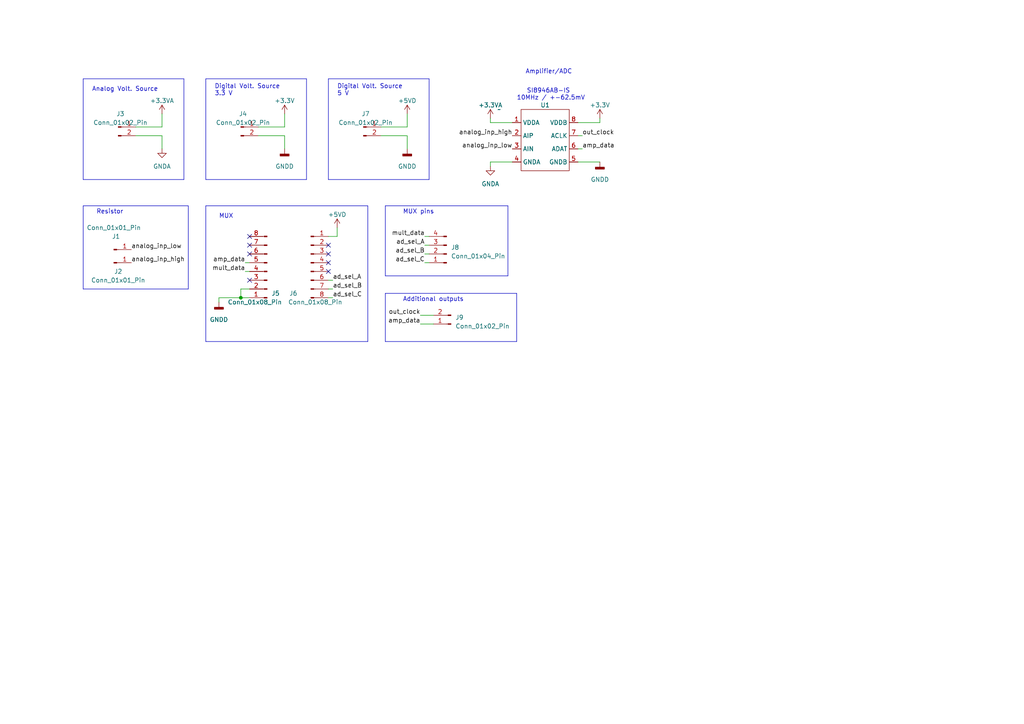
<source format=kicad_sch>
(kicad_sch (version 20230121) (generator eeschema)

  (uuid 4cd3ab73-8f7a-46b7-8a47-986e1094922f)

  (paper "A4")

  (lib_symbols
    (symbol "Connector:Conn_01x01_Pin" (pin_names (offset 1.016) hide) (in_bom yes) (on_board yes)
      (property "Reference" "J" (at 0 2.54 0)
        (effects (font (size 1.27 1.27)))
      )
      (property "Value" "Conn_01x01_Pin" (at 0 -2.54 0)
        (effects (font (size 1.27 1.27)))
      )
      (property "Footprint" "" (at 0 0 0)
        (effects (font (size 1.27 1.27)) hide)
      )
      (property "Datasheet" "~" (at 0 0 0)
        (effects (font (size 1.27 1.27)) hide)
      )
      (property "ki_locked" "" (at 0 0 0)
        (effects (font (size 1.27 1.27)))
      )
      (property "ki_keywords" "connector" (at 0 0 0)
        (effects (font (size 1.27 1.27)) hide)
      )
      (property "ki_description" "Generic connector, single row, 01x01, script generated" (at 0 0 0)
        (effects (font (size 1.27 1.27)) hide)
      )
      (property "ki_fp_filters" "Connector*:*_1x??_*" (at 0 0 0)
        (effects (font (size 1.27 1.27)) hide)
      )
      (symbol "Conn_01x01_Pin_1_1"
        (polyline
          (pts
            (xy 1.27 0)
            (xy 0.8636 0)
          )
          (stroke (width 0.1524) (type default))
          (fill (type none))
        )
        (rectangle (start 0.8636 0.127) (end 0 -0.127)
          (stroke (width 0.1524) (type default))
          (fill (type outline))
        )
        (pin passive line (at 5.08 0 180) (length 3.81)
          (name "Pin_1" (effects (font (size 1.27 1.27))))
          (number "1" (effects (font (size 1.27 1.27))))
        )
      )
    )
    (symbol "Connector:Conn_01x02_Pin" (pin_names (offset 1.016) hide) (in_bom yes) (on_board yes)
      (property "Reference" "J" (at 0 2.54 0)
        (effects (font (size 1.27 1.27)))
      )
      (property "Value" "Conn_01x02_Pin" (at 0 -5.08 0)
        (effects (font (size 1.27 1.27)))
      )
      (property "Footprint" "" (at 0 0 0)
        (effects (font (size 1.27 1.27)) hide)
      )
      (property "Datasheet" "~" (at 0 0 0)
        (effects (font (size 1.27 1.27)) hide)
      )
      (property "ki_locked" "" (at 0 0 0)
        (effects (font (size 1.27 1.27)))
      )
      (property "ki_keywords" "connector" (at 0 0 0)
        (effects (font (size 1.27 1.27)) hide)
      )
      (property "ki_description" "Generic connector, single row, 01x02, script generated" (at 0 0 0)
        (effects (font (size 1.27 1.27)) hide)
      )
      (property "ki_fp_filters" "Connector*:*_1x??_*" (at 0 0 0)
        (effects (font (size 1.27 1.27)) hide)
      )
      (symbol "Conn_01x02_Pin_1_1"
        (polyline
          (pts
            (xy 1.27 -2.54)
            (xy 0.8636 -2.54)
          )
          (stroke (width 0.1524) (type default))
          (fill (type none))
        )
        (polyline
          (pts
            (xy 1.27 0)
            (xy 0.8636 0)
          )
          (stroke (width 0.1524) (type default))
          (fill (type none))
        )
        (rectangle (start 0.8636 -2.413) (end 0 -2.667)
          (stroke (width 0.1524) (type default))
          (fill (type outline))
        )
        (rectangle (start 0.8636 0.127) (end 0 -0.127)
          (stroke (width 0.1524) (type default))
          (fill (type outline))
        )
        (pin passive line (at 5.08 0 180) (length 3.81)
          (name "Pin_1" (effects (font (size 1.27 1.27))))
          (number "1" (effects (font (size 1.27 1.27))))
        )
        (pin passive line (at 5.08 -2.54 180) (length 3.81)
          (name "Pin_2" (effects (font (size 1.27 1.27))))
          (number "2" (effects (font (size 1.27 1.27))))
        )
      )
    )
    (symbol "Connector:Conn_01x04_Pin" (pin_names (offset 1.016) hide) (in_bom yes) (on_board yes)
      (property "Reference" "J" (at 0 5.08 0)
        (effects (font (size 1.27 1.27)))
      )
      (property "Value" "Conn_01x04_Pin" (at 0 -7.62 0)
        (effects (font (size 1.27 1.27)))
      )
      (property "Footprint" "" (at 0 0 0)
        (effects (font (size 1.27 1.27)) hide)
      )
      (property "Datasheet" "~" (at 0 0 0)
        (effects (font (size 1.27 1.27)) hide)
      )
      (property "ki_locked" "" (at 0 0 0)
        (effects (font (size 1.27 1.27)))
      )
      (property "ki_keywords" "connector" (at 0 0 0)
        (effects (font (size 1.27 1.27)) hide)
      )
      (property "ki_description" "Generic connector, single row, 01x04, script generated" (at 0 0 0)
        (effects (font (size 1.27 1.27)) hide)
      )
      (property "ki_fp_filters" "Connector*:*_1x??_*" (at 0 0 0)
        (effects (font (size 1.27 1.27)) hide)
      )
      (symbol "Conn_01x04_Pin_1_1"
        (polyline
          (pts
            (xy 1.27 -5.08)
            (xy 0.8636 -5.08)
          )
          (stroke (width 0.1524) (type default))
          (fill (type none))
        )
        (polyline
          (pts
            (xy 1.27 -2.54)
            (xy 0.8636 -2.54)
          )
          (stroke (width 0.1524) (type default))
          (fill (type none))
        )
        (polyline
          (pts
            (xy 1.27 0)
            (xy 0.8636 0)
          )
          (stroke (width 0.1524) (type default))
          (fill (type none))
        )
        (polyline
          (pts
            (xy 1.27 2.54)
            (xy 0.8636 2.54)
          )
          (stroke (width 0.1524) (type default))
          (fill (type none))
        )
        (rectangle (start 0.8636 -4.953) (end 0 -5.207)
          (stroke (width 0.1524) (type default))
          (fill (type outline))
        )
        (rectangle (start 0.8636 -2.413) (end 0 -2.667)
          (stroke (width 0.1524) (type default))
          (fill (type outline))
        )
        (rectangle (start 0.8636 0.127) (end 0 -0.127)
          (stroke (width 0.1524) (type default))
          (fill (type outline))
        )
        (rectangle (start 0.8636 2.667) (end 0 2.413)
          (stroke (width 0.1524) (type default))
          (fill (type outline))
        )
        (pin passive line (at 5.08 2.54 180) (length 3.81)
          (name "Pin_1" (effects (font (size 1.27 1.27))))
          (number "1" (effects (font (size 1.27 1.27))))
        )
        (pin passive line (at 5.08 0 180) (length 3.81)
          (name "Pin_2" (effects (font (size 1.27 1.27))))
          (number "2" (effects (font (size 1.27 1.27))))
        )
        (pin passive line (at 5.08 -2.54 180) (length 3.81)
          (name "Pin_3" (effects (font (size 1.27 1.27))))
          (number "3" (effects (font (size 1.27 1.27))))
        )
        (pin passive line (at 5.08 -5.08 180) (length 3.81)
          (name "Pin_4" (effects (font (size 1.27 1.27))))
          (number "4" (effects (font (size 1.27 1.27))))
        )
      )
    )
    (symbol "Connector:Conn_01x08_Pin" (pin_names (offset 1.016) hide) (in_bom yes) (on_board yes)
      (property "Reference" "J" (at 0 10.16 0)
        (effects (font (size 1.27 1.27)))
      )
      (property "Value" "Conn_01x08_Pin" (at 0 -12.7 0)
        (effects (font (size 1.27 1.27)))
      )
      (property "Footprint" "" (at 0 0 0)
        (effects (font (size 1.27 1.27)) hide)
      )
      (property "Datasheet" "~" (at 0 0 0)
        (effects (font (size 1.27 1.27)) hide)
      )
      (property "ki_locked" "" (at 0 0 0)
        (effects (font (size 1.27 1.27)))
      )
      (property "ki_keywords" "connector" (at 0 0 0)
        (effects (font (size 1.27 1.27)) hide)
      )
      (property "ki_description" "Generic connector, single row, 01x08, script generated" (at 0 0 0)
        (effects (font (size 1.27 1.27)) hide)
      )
      (property "ki_fp_filters" "Connector*:*_1x??_*" (at 0 0 0)
        (effects (font (size 1.27 1.27)) hide)
      )
      (symbol "Conn_01x08_Pin_1_1"
        (polyline
          (pts
            (xy 1.27 -10.16)
            (xy 0.8636 -10.16)
          )
          (stroke (width 0.1524) (type default))
          (fill (type none))
        )
        (polyline
          (pts
            (xy 1.27 -7.62)
            (xy 0.8636 -7.62)
          )
          (stroke (width 0.1524) (type default))
          (fill (type none))
        )
        (polyline
          (pts
            (xy 1.27 -5.08)
            (xy 0.8636 -5.08)
          )
          (stroke (width 0.1524) (type default))
          (fill (type none))
        )
        (polyline
          (pts
            (xy 1.27 -2.54)
            (xy 0.8636 -2.54)
          )
          (stroke (width 0.1524) (type default))
          (fill (type none))
        )
        (polyline
          (pts
            (xy 1.27 0)
            (xy 0.8636 0)
          )
          (stroke (width 0.1524) (type default))
          (fill (type none))
        )
        (polyline
          (pts
            (xy 1.27 2.54)
            (xy 0.8636 2.54)
          )
          (stroke (width 0.1524) (type default))
          (fill (type none))
        )
        (polyline
          (pts
            (xy 1.27 5.08)
            (xy 0.8636 5.08)
          )
          (stroke (width 0.1524) (type default))
          (fill (type none))
        )
        (polyline
          (pts
            (xy 1.27 7.62)
            (xy 0.8636 7.62)
          )
          (stroke (width 0.1524) (type default))
          (fill (type none))
        )
        (rectangle (start 0.8636 -10.033) (end 0 -10.287)
          (stroke (width 0.1524) (type default))
          (fill (type outline))
        )
        (rectangle (start 0.8636 -7.493) (end 0 -7.747)
          (stroke (width 0.1524) (type default))
          (fill (type outline))
        )
        (rectangle (start 0.8636 -4.953) (end 0 -5.207)
          (stroke (width 0.1524) (type default))
          (fill (type outline))
        )
        (rectangle (start 0.8636 -2.413) (end 0 -2.667)
          (stroke (width 0.1524) (type default))
          (fill (type outline))
        )
        (rectangle (start 0.8636 0.127) (end 0 -0.127)
          (stroke (width 0.1524) (type default))
          (fill (type outline))
        )
        (rectangle (start 0.8636 2.667) (end 0 2.413)
          (stroke (width 0.1524) (type default))
          (fill (type outline))
        )
        (rectangle (start 0.8636 5.207) (end 0 4.953)
          (stroke (width 0.1524) (type default))
          (fill (type outline))
        )
        (rectangle (start 0.8636 7.747) (end 0 7.493)
          (stroke (width 0.1524) (type default))
          (fill (type outline))
        )
        (pin passive line (at 5.08 7.62 180) (length 3.81)
          (name "Pin_1" (effects (font (size 1.27 1.27))))
          (number "1" (effects (font (size 1.27 1.27))))
        )
        (pin passive line (at 5.08 5.08 180) (length 3.81)
          (name "Pin_2" (effects (font (size 1.27 1.27))))
          (number "2" (effects (font (size 1.27 1.27))))
        )
        (pin passive line (at 5.08 2.54 180) (length 3.81)
          (name "Pin_3" (effects (font (size 1.27 1.27))))
          (number "3" (effects (font (size 1.27 1.27))))
        )
        (pin passive line (at 5.08 0 180) (length 3.81)
          (name "Pin_4" (effects (font (size 1.27 1.27))))
          (number "4" (effects (font (size 1.27 1.27))))
        )
        (pin passive line (at 5.08 -2.54 180) (length 3.81)
          (name "Pin_5" (effects (font (size 1.27 1.27))))
          (number "5" (effects (font (size 1.27 1.27))))
        )
        (pin passive line (at 5.08 -5.08 180) (length 3.81)
          (name "Pin_6" (effects (font (size 1.27 1.27))))
          (number "6" (effects (font (size 1.27 1.27))))
        )
        (pin passive line (at 5.08 -7.62 180) (length 3.81)
          (name "Pin_7" (effects (font (size 1.27 1.27))))
          (number "7" (effects (font (size 1.27 1.27))))
        )
        (pin passive line (at 5.08 -10.16 180) (length 3.81)
          (name "Pin_8" (effects (font (size 1.27 1.27))))
          (number "8" (effects (font (size 1.27 1.27))))
        )
      )
    )
    (symbol "Si8941:_Si8941" (in_bom yes) (on_board yes)
      (property "Reference" "U" (at 0 7.62 0)
        (effects (font (size 1.27 1.27)))
      )
      (property "Value" "" (at -12.7 6.35 0)
        (effects (font (size 1.27 1.27)))
      )
      (property "Footprint" "" (at -12.7 6.35 0)
        (effects (font (size 1.27 1.27)) hide)
      )
      (property "Datasheet" "" (at -12.7 6.35 0)
        (effects (font (size 1.27 1.27)) hide)
      )
      (symbol "_Si8941_0_1"
        (rectangle (start -6.35 6.35) (end 7.62 -11.43)
          (stroke (width 0) (type default))
          (fill (type none))
        )
      )
      (symbol "_Si8941_1_1"
        (pin power_in line (at -8.89 2.54 0) (length 2.54)
          (name "VDDA" (effects (font (size 1.27 1.27))))
          (number "1" (effects (font (size 1.27 1.27))))
        )
        (pin input line (at -8.89 -1.27 0) (length 2.54)
          (name "AIP" (effects (font (size 1.27 1.27))))
          (number "2" (effects (font (size 1.27 1.27))))
        )
        (pin input line (at -8.89 -5.08 0) (length 2.54)
          (name "AIN" (effects (font (size 1.27 1.27))))
          (number "3" (effects (font (size 1.27 1.27))))
        )
        (pin passive line (at -8.89 -8.89 0) (length 2.54)
          (name "GNDA" (effects (font (size 1.27 1.27))))
          (number "4" (effects (font (size 1.27 1.27))))
        )
        (pin passive line (at 10.16 -8.89 180) (length 2.54)
          (name "GNDB" (effects (font (size 1.27 1.27))))
          (number "5" (effects (font (size 1.27 1.27))))
        )
        (pin output line (at 10.16 -5.08 180) (length 2.54)
          (name "ADAT" (effects (font (size 1.27 1.27))))
          (number "6" (effects (font (size 1.27 1.27))))
        )
        (pin output line (at 10.16 -1.27 180) (length 2.54)
          (name "ACLK" (effects (font (size 1.27 1.27))))
          (number "7" (effects (font (size 1.27 1.27))))
        )
        (pin power_in line (at 10.16 2.54 180) (length 2.54)
          (name "VDDB" (effects (font (size 1.27 1.27))))
          (number "8" (effects (font (size 1.27 1.27))))
        )
      )
    )
    (symbol "power:+3.3V" (power) (pin_names (offset 0)) (in_bom yes) (on_board yes)
      (property "Reference" "#PWR" (at 0 -3.81 0)
        (effects (font (size 1.27 1.27)) hide)
      )
      (property "Value" "+3.3V" (at 0 3.556 0)
        (effects (font (size 1.27 1.27)))
      )
      (property "Footprint" "" (at 0 0 0)
        (effects (font (size 1.27 1.27)) hide)
      )
      (property "Datasheet" "" (at 0 0 0)
        (effects (font (size 1.27 1.27)) hide)
      )
      (property "ki_keywords" "global power" (at 0 0 0)
        (effects (font (size 1.27 1.27)) hide)
      )
      (property "ki_description" "Power symbol creates a global label with name \"+3.3V\"" (at 0 0 0)
        (effects (font (size 1.27 1.27)) hide)
      )
      (symbol "+3.3V_0_1"
        (polyline
          (pts
            (xy -0.762 1.27)
            (xy 0 2.54)
          )
          (stroke (width 0) (type default))
          (fill (type none))
        )
        (polyline
          (pts
            (xy 0 0)
            (xy 0 2.54)
          )
          (stroke (width 0) (type default))
          (fill (type none))
        )
        (polyline
          (pts
            (xy 0 2.54)
            (xy 0.762 1.27)
          )
          (stroke (width 0) (type default))
          (fill (type none))
        )
      )
      (symbol "+3.3V_1_1"
        (pin power_in line (at 0 0 90) (length 0) hide
          (name "+3.3V" (effects (font (size 1.27 1.27))))
          (number "1" (effects (font (size 1.27 1.27))))
        )
      )
    )
    (symbol "power:+3.3VA" (power) (pin_names (offset 0)) (in_bom yes) (on_board yes)
      (property "Reference" "#PWR" (at 0 -3.81 0)
        (effects (font (size 1.27 1.27)) hide)
      )
      (property "Value" "+3.3VA" (at 0 3.556 0)
        (effects (font (size 1.27 1.27)))
      )
      (property "Footprint" "" (at 0 0 0)
        (effects (font (size 1.27 1.27)) hide)
      )
      (property "Datasheet" "" (at 0 0 0)
        (effects (font (size 1.27 1.27)) hide)
      )
      (property "ki_keywords" "global power" (at 0 0 0)
        (effects (font (size 1.27 1.27)) hide)
      )
      (property "ki_description" "Power symbol creates a global label with name \"+3.3VA\"" (at 0 0 0)
        (effects (font (size 1.27 1.27)) hide)
      )
      (symbol "+3.3VA_0_1"
        (polyline
          (pts
            (xy -0.762 1.27)
            (xy 0 2.54)
          )
          (stroke (width 0) (type default))
          (fill (type none))
        )
        (polyline
          (pts
            (xy 0 0)
            (xy 0 2.54)
          )
          (stroke (width 0) (type default))
          (fill (type none))
        )
        (polyline
          (pts
            (xy 0 2.54)
            (xy 0.762 1.27)
          )
          (stroke (width 0) (type default))
          (fill (type none))
        )
      )
      (symbol "+3.3VA_1_1"
        (pin power_in line (at 0 0 90) (length 0) hide
          (name "+3.3VA" (effects (font (size 1.27 1.27))))
          (number "1" (effects (font (size 1.27 1.27))))
        )
      )
    )
    (symbol "power:+5VD" (power) (pin_names (offset 0)) (in_bom yes) (on_board yes)
      (property "Reference" "#PWR" (at 0 -3.81 0)
        (effects (font (size 1.27 1.27)) hide)
      )
      (property "Value" "+5VD" (at 0 3.556 0)
        (effects (font (size 1.27 1.27)))
      )
      (property "Footprint" "" (at 0 0 0)
        (effects (font (size 1.27 1.27)) hide)
      )
      (property "Datasheet" "" (at 0 0 0)
        (effects (font (size 1.27 1.27)) hide)
      )
      (property "ki_keywords" "global power" (at 0 0 0)
        (effects (font (size 1.27 1.27)) hide)
      )
      (property "ki_description" "Power symbol creates a global label with name \"+5VD\"" (at 0 0 0)
        (effects (font (size 1.27 1.27)) hide)
      )
      (symbol "+5VD_0_1"
        (polyline
          (pts
            (xy -0.762 1.27)
            (xy 0 2.54)
          )
          (stroke (width 0) (type default))
          (fill (type none))
        )
        (polyline
          (pts
            (xy 0 0)
            (xy 0 2.54)
          )
          (stroke (width 0) (type default))
          (fill (type none))
        )
        (polyline
          (pts
            (xy 0 2.54)
            (xy 0.762 1.27)
          )
          (stroke (width 0) (type default))
          (fill (type none))
        )
      )
      (symbol "+5VD_1_1"
        (pin power_in line (at 0 0 90) (length 0) hide
          (name "+5VD" (effects (font (size 1.27 1.27))))
          (number "1" (effects (font (size 1.27 1.27))))
        )
      )
    )
    (symbol "power:GNDA" (power) (pin_names (offset 0)) (in_bom yes) (on_board yes)
      (property "Reference" "#PWR" (at 0 -6.35 0)
        (effects (font (size 1.27 1.27)) hide)
      )
      (property "Value" "GNDA" (at 0 -3.81 0)
        (effects (font (size 1.27 1.27)))
      )
      (property "Footprint" "" (at 0 0 0)
        (effects (font (size 1.27 1.27)) hide)
      )
      (property "Datasheet" "" (at 0 0 0)
        (effects (font (size 1.27 1.27)) hide)
      )
      (property "ki_keywords" "global power" (at 0 0 0)
        (effects (font (size 1.27 1.27)) hide)
      )
      (property "ki_description" "Power symbol creates a global label with name \"GNDA\" , analog ground" (at 0 0 0)
        (effects (font (size 1.27 1.27)) hide)
      )
      (symbol "GNDA_0_1"
        (polyline
          (pts
            (xy 0 0)
            (xy 0 -1.27)
            (xy 1.27 -1.27)
            (xy 0 -2.54)
            (xy -1.27 -1.27)
            (xy 0 -1.27)
          )
          (stroke (width 0) (type default))
          (fill (type none))
        )
      )
      (symbol "GNDA_1_1"
        (pin power_in line (at 0 0 270) (length 0) hide
          (name "GNDA" (effects (font (size 1.27 1.27))))
          (number "1" (effects (font (size 1.27 1.27))))
        )
      )
    )
    (symbol "power:GNDD" (power) (pin_names (offset 0)) (in_bom yes) (on_board yes)
      (property "Reference" "#PWR" (at 0 -6.35 0)
        (effects (font (size 1.27 1.27)) hide)
      )
      (property "Value" "GNDD" (at 0 -3.175 0)
        (effects (font (size 1.27 1.27)))
      )
      (property "Footprint" "" (at 0 0 0)
        (effects (font (size 1.27 1.27)) hide)
      )
      (property "Datasheet" "" (at 0 0 0)
        (effects (font (size 1.27 1.27)) hide)
      )
      (property "ki_keywords" "global power" (at 0 0 0)
        (effects (font (size 1.27 1.27)) hide)
      )
      (property "ki_description" "Power symbol creates a global label with name \"GNDD\" , digital ground" (at 0 0 0)
        (effects (font (size 1.27 1.27)) hide)
      )
      (symbol "GNDD_0_1"
        (rectangle (start -1.27 -1.524) (end 1.27 -2.032)
          (stroke (width 0.254) (type default))
          (fill (type outline))
        )
        (polyline
          (pts
            (xy 0 0)
            (xy 0 -1.524)
          )
          (stroke (width 0) (type default))
          (fill (type none))
        )
      )
      (symbol "GNDD_1_1"
        (pin power_in line (at 0 0 270) (length 0) hide
          (name "GNDD" (effects (font (size 1.27 1.27))))
          (number "1" (effects (font (size 1.27 1.27))))
        )
      )
    )
  )

  (junction (at 69.85 86.36) (diameter 0) (color 0 0 0 0)
    (uuid 9eea1546-7bd3-4c27-a7a5-b63482a49a1c)
  )

  (no_connect (at 95.25 76.2) (uuid 1946fbff-1be7-4490-bc55-60ffad5212cf))
  (no_connect (at 72.39 71.12) (uuid 24b8e951-c6e6-45fc-9ab2-f08f7673f37b))
  (no_connect (at 72.39 68.58) (uuid 4c639230-1505-4c36-b283-c865dcb593dd))
  (no_connect (at 95.25 71.12) (uuid 4fdc4fe4-308f-4284-b506-1a8651e96308))
  (no_connect (at 72.39 73.66) (uuid 866138e0-4daf-4f62-bf62-967ba69f3649))
  (no_connect (at 72.39 81.28) (uuid 956be90b-c7b1-4b29-b4d6-2d35f0496040))
  (no_connect (at 95.25 73.66) (uuid a01c0ee2-0ec9-4510-a0be-b9e7dce4b707))
  (no_connect (at 95.25 78.74) (uuid d2624c3f-5818-4220-ae7a-35a89ef44419))

  (polyline (pts (xy 106.68 59.69) (xy 106.68 99.06))
    (stroke (width 0) (type default))
    (uuid 033d8082-9221-4226-ab0e-c44947559442)
  )

  (wire (pts (xy 82.55 33.02) (xy 82.55 36.83))
    (stroke (width 0) (type default))
    (uuid 08aba1fe-fb02-4d23-a482-e87aa17ebd57)
  )
  (wire (pts (xy 82.55 39.37) (xy 82.55 43.18))
    (stroke (width 0) (type default))
    (uuid 09a447ab-55c4-4184-b0b4-69b4da87b4d4)
  )
  (wire (pts (xy 46.99 39.37) (xy 46.99 43.18))
    (stroke (width 0) (type default))
    (uuid 0ab68df1-e320-4156-99bb-883879af5da9)
  )
  (polyline (pts (xy 59.69 59.69) (xy 106.68 59.69))
    (stroke (width 0) (type default))
    (uuid 14afec66-af5f-428b-9a55-0c0e3d8f61cd)
  )

  (wire (pts (xy 118.11 39.37) (xy 118.11 43.18))
    (stroke (width 0) (type default))
    (uuid 157e5a9e-543d-4ecd-b171-f83a758f52bc)
  )
  (wire (pts (xy 121.92 93.98) (xy 125.73 93.98))
    (stroke (width 0) (type default))
    (uuid 193ef797-5404-4156-92e9-29441443254c)
  )
  (wire (pts (xy 39.37 39.37) (xy 46.99 39.37))
    (stroke (width 0) (type default))
    (uuid 1eae68b8-5d09-47e8-b6f9-dfafbef1f6d1)
  )
  (wire (pts (xy 167.64 39.37) (xy 168.91 39.37))
    (stroke (width 0) (type default))
    (uuid 2759014b-0753-4f2f-8819-9df95b70467d)
  )
  (wire (pts (xy 74.93 39.37) (xy 82.55 39.37))
    (stroke (width 0) (type default))
    (uuid 2de97ddc-02a8-4902-be01-2d85a778c7ec)
  )
  (polyline (pts (xy 24.13 22.86) (xy 24.13 52.07))
    (stroke (width 0) (type default))
    (uuid 2e164243-3cbd-4337-86de-7eeec3589e87)
  )
  (polyline (pts (xy 95.25 52.07) (xy 124.46 52.07))
    (stroke (width 0) (type default))
    (uuid 2e629989-5177-4124-8764-ab6c6141744a)
  )
  (polyline (pts (xy 59.69 22.86) (xy 88.9 22.86))
    (stroke (width 0) (type default))
    (uuid 355a2509-3ded-4161-9d60-6d5521c4f56b)
  )

  (wire (pts (xy 142.24 46.99) (xy 142.24 48.26))
    (stroke (width 0) (type default))
    (uuid 37302b96-b5e3-4b73-998f-9cf8b01ab7b8)
  )
  (polyline (pts (xy 24.13 52.07) (xy 53.34 52.07))
    (stroke (width 0) (type default))
    (uuid 38fa51e0-c811-4eb1-8edd-73cf3a804196)
  )

  (wire (pts (xy 74.93 36.83) (xy 82.55 36.83))
    (stroke (width 0) (type default))
    (uuid 3a37525a-a463-4560-af77-1dedeaf0d4bd)
  )
  (polyline (pts (xy 54.61 59.69) (xy 54.61 83.82))
    (stroke (width 0) (type default))
    (uuid 3aa7c9e2-3ad7-41ee-bc09-bb51feb62050)
  )

  (wire (pts (xy 95.25 81.28) (xy 96.52 81.28))
    (stroke (width 0) (type default))
    (uuid 3fd50cef-ff14-46e2-b35a-2e15052f07b0)
  )
  (wire (pts (xy 123.19 76.2) (xy 124.46 76.2))
    (stroke (width 0) (type default))
    (uuid 448d86b4-46b4-4677-a330-a67e3b6808eb)
  )
  (wire (pts (xy 110.49 39.37) (xy 118.11 39.37))
    (stroke (width 0) (type default))
    (uuid 4d72d6ea-685d-4524-8eef-091e610f8d16)
  )
  (polyline (pts (xy 54.61 83.82) (xy 24.13 83.82))
    (stroke (width 0) (type default))
    (uuid 55a20eec-effa-4f0b-9dd1-c4d0ee690e40)
  )
  (polyline (pts (xy 147.32 80.01) (xy 111.76 80.01))
    (stroke (width 0) (type default))
    (uuid 584f0028-537d-4860-90cb-9f398e25d7a6)
  )

  (wire (pts (xy 167.64 35.56) (xy 173.99 35.56))
    (stroke (width 0) (type default))
    (uuid 5f37c0bd-4409-496f-8dcf-e3c88207cc7a)
  )
  (wire (pts (xy 121.92 91.44) (xy 125.73 91.44))
    (stroke (width 0) (type default))
    (uuid 5fef4a76-0cbb-4ddb-b6a8-e3b6127b6ea9)
  )
  (polyline (pts (xy 111.76 59.69) (xy 147.32 59.69))
    (stroke (width 0) (type default))
    (uuid 6609c333-4f41-416d-b756-9af7c68b97a3)
  )

  (wire (pts (xy 97.79 66.04) (xy 97.79 68.58))
    (stroke (width 0) (type default))
    (uuid 6f315f7b-2332-4ec4-831b-ec7ce7763ece)
  )
  (wire (pts (xy 95.25 83.82) (xy 96.52 83.82))
    (stroke (width 0) (type default))
    (uuid 74494b94-c166-40f7-a184-3ea9292c9566)
  )
  (wire (pts (xy 95.25 68.58) (xy 97.79 68.58))
    (stroke (width 0) (type default))
    (uuid 7aa587ad-4cd0-4b3d-aedc-9f996d1d6754)
  )
  (polyline (pts (xy 111.76 85.09) (xy 149.86 85.09))
    (stroke (width 0) (type default))
    (uuid 7b47096a-f993-4c4d-8762-15c6d934aae8)
  )

  (wire (pts (xy 148.59 35.56) (xy 142.24 35.56))
    (stroke (width 0) (type default))
    (uuid 814b3ec7-a99e-4c9b-a016-8acb0b08df1f)
  )
  (polyline (pts (xy 149.86 99.06) (xy 149.86 85.09))
    (stroke (width 0) (type default))
    (uuid 832dd8f7-b02c-4add-9c25-e49280a04a58)
  )
  (polyline (pts (xy 24.13 59.69) (xy 24.13 83.82))
    (stroke (width 0) (type default))
    (uuid 85009476-b422-4cc1-8f3e-9642e5867a93)
  )

  (wire (pts (xy 71.12 78.74) (xy 72.39 78.74))
    (stroke (width 0) (type default))
    (uuid 88d59a6b-b9c1-418c-a4dc-e31c74947f8a)
  )
  (polyline (pts (xy 111.76 59.69) (xy 111.76 80.01))
    (stroke (width 0) (type default))
    (uuid 8d2aabd2-724b-47aa-a2a3-07e28ab470d6)
  )
  (polyline (pts (xy 95.25 22.86) (xy 95.25 52.07))
    (stroke (width 0) (type default))
    (uuid 913dcd90-3b13-473a-b589-64d155437ec3)
  )
  (polyline (pts (xy 95.25 22.86) (xy 124.46 22.86))
    (stroke (width 0) (type default))
    (uuid 99b06c51-d34a-4244-8331-d3d43548108f)
  )
  (polyline (pts (xy 24.13 22.86) (xy 53.34 22.86))
    (stroke (width 0) (type default))
    (uuid a369e6a7-fde1-4835-8092-f2bfb273251b)
  )
  (polyline (pts (xy 59.69 52.07) (xy 88.9 52.07))
    (stroke (width 0) (type default))
    (uuid a9703623-b6aa-4e7d-a904-de0eb6a07153)
  )
  (polyline (pts (xy 88.9 52.07) (xy 88.9 22.86))
    (stroke (width 0) (type default))
    (uuid ad9381bc-6117-4fda-9380-148e6d59b139)
  )

  (wire (pts (xy 69.85 83.82) (xy 69.85 86.36))
    (stroke (width 0) (type default))
    (uuid b051cdfb-0bfd-48a3-afcb-91432b91a364)
  )
  (wire (pts (xy 123.19 68.58) (xy 124.46 68.58))
    (stroke (width 0) (type default))
    (uuid b2bc71f4-97fb-4587-ba64-e559f6af5f97)
  )
  (wire (pts (xy 110.49 36.83) (xy 118.11 36.83))
    (stroke (width 0) (type default))
    (uuid b772b282-2073-4cfe-91dd-dd83f2c4ac85)
  )
  (wire (pts (xy 69.85 86.36) (xy 63.5 86.36))
    (stroke (width 0) (type default))
    (uuid b8c5a2ec-dcd2-4a46-bc57-f06a0331aa1b)
  )
  (polyline (pts (xy 24.13 59.69) (xy 54.61 59.69))
    (stroke (width 0) (type default))
    (uuid bd8da10f-7fb2-418e-9a7b-e1ba2391db08)
  )
  (polyline (pts (xy 53.34 52.07) (xy 53.34 22.86))
    (stroke (width 0) (type default))
    (uuid c05b66ce-298a-4a88-a77e-0e2a56d64254)
  )

  (wire (pts (xy 39.37 36.83) (xy 46.99 36.83))
    (stroke (width 0) (type default))
    (uuid c4b181e0-a074-464d-b74a-41f7bade525e)
  )
  (wire (pts (xy 123.19 71.12) (xy 124.46 71.12))
    (stroke (width 0) (type default))
    (uuid c5653127-a559-42dd-9693-165b2b049db0)
  )
  (polyline (pts (xy 59.69 22.86) (xy 59.69 52.07))
    (stroke (width 0) (type default))
    (uuid c72cc2b8-f246-47d5-9be9-86e323bdb9ea)
  )

  (wire (pts (xy 167.64 43.18) (xy 168.91 43.18))
    (stroke (width 0) (type default))
    (uuid c871dca5-1688-4fda-bda8-fe7e29d5d0fd)
  )
  (polyline (pts (xy 59.69 59.69) (xy 59.69 99.06))
    (stroke (width 0) (type default))
    (uuid c8ac907f-0040-4fe8-84ce-defa4fc67246)
  )

  (wire (pts (xy 142.24 34.29) (xy 142.24 35.56))
    (stroke (width 0) (type default))
    (uuid c8b5ba94-44b3-49b5-be24-87c8f2a043ac)
  )
  (wire (pts (xy 46.99 33.02) (xy 46.99 36.83))
    (stroke (width 0) (type default))
    (uuid cf6a3818-8047-4745-a89a-03b40b7f51c8)
  )
  (wire (pts (xy 72.39 86.36) (xy 69.85 86.36))
    (stroke (width 0) (type default))
    (uuid cf846e59-f2e2-4218-bf01-088c7943acef)
  )
  (wire (pts (xy 148.59 46.99) (xy 142.24 46.99))
    (stroke (width 0) (type default))
    (uuid d178926e-8586-458b-80e7-3fdbf39e0023)
  )
  (wire (pts (xy 71.12 76.2) (xy 72.39 76.2))
    (stroke (width 0) (type default))
    (uuid d69a81d7-be70-411b-8a54-5e8fa5653aca)
  )
  (wire (pts (xy 72.39 83.82) (xy 69.85 83.82))
    (stroke (width 0) (type default))
    (uuid da4fbd6d-0522-46de-8883-9c4d8260b7ce)
  )
  (polyline (pts (xy 111.76 85.09) (xy 111.76 99.06))
    (stroke (width 0) (type default))
    (uuid dbaa6d17-a19a-4ab7-b22e-b81372bbe99c)
  )
  (polyline (pts (xy 111.76 99.06) (xy 149.86 99.06))
    (stroke (width 0) (type default))
    (uuid e1343587-4e27-4a53-a4f6-e8a8c75380cd)
  )

  (wire (pts (xy 123.19 73.66) (xy 124.46 73.66))
    (stroke (width 0) (type default))
    (uuid e1d63e4f-dbee-414d-9d23-3be6cf6ed06f)
  )
  (polyline (pts (xy 106.68 99.06) (xy 59.69 99.06))
    (stroke (width 0) (type default))
    (uuid e9cb6746-972e-40cd-93ea-e7aa6a8f176c)
  )
  (polyline (pts (xy 124.46 52.07) (xy 124.46 22.86))
    (stroke (width 0) (type default))
    (uuid ebea2a91-92f2-43b0-b37d-94762fbf54cf)
  )

  (wire (pts (xy 63.5 86.36) (xy 63.5 87.63))
    (stroke (width 0) (type default))
    (uuid ec016df5-aa4d-4a16-b763-4b84d5ce96ef)
  )
  (wire (pts (xy 167.64 46.99) (xy 173.99 46.99))
    (stroke (width 0) (type default))
    (uuid ee9aee9c-819e-46a7-950a-0f4ea50a9043)
  )
  (wire (pts (xy 95.25 86.36) (xy 96.52 86.36))
    (stroke (width 0) (type default))
    (uuid f4cca861-bd07-45f9-8c49-9fad4710dd41)
  )
  (polyline (pts (xy 147.32 59.69) (xy 147.32 80.01))
    (stroke (width 0) (type default))
    (uuid f9a801f4-dabd-46e5-8a5a-3d97dfa6a707)
  )

  (wire (pts (xy 118.11 33.02) (xy 118.11 36.83))
    (stroke (width 0) (type default))
    (uuid fa2d1cce-fdd7-4517-b45c-f05e633fbe7e)
  )
  (wire (pts (xy 173.99 34.29) (xy 173.99 35.56))
    (stroke (width 0) (type default))
    (uuid fe186d96-f201-4f77-871d-0ad64960fe78)
  )

  (text "Resistor\n" (at 27.94 62.23 0)
    (effects (font (size 1.27 1.27)) (justify left bottom))
    (uuid 277cdf48-d681-4955-855d-4f3e99d4e419)
  )
  (text "Additional outputs" (at 116.84 87.63 0)
    (effects (font (size 1.27 1.27)) (justify left bottom))
    (uuid 4a7482cd-9d4a-4f7b-9ee7-9c7a3812b478)
  )
  (text "Amplifier/ADC" (at 152.4 21.59 0)
    (effects (font (size 1.27 1.27)) (justify left bottom))
    (uuid 4f1ef20d-9c41-4da7-b573-070b08bc263c)
  )
  (text "   SI8946AB-IS\n10MHz / +-62.5mV" (at 149.86 29.21 0)
    (effects (font (size 1.27 1.27)) (justify left bottom))
    (uuid 7daa6c49-4ae9-4fc7-95fc-31de54281f05)
  )
  (text "MUX pins" (at 116.84 62.23 0)
    (effects (font (size 1.27 1.27)) (justify left bottom))
    (uuid 938643f8-f694-4d20-a265-d4e43c0ada8e)
  )
  (text "Digital Volt. Source\n5 V" (at 97.79 27.94 0)
    (effects (font (size 1.27 1.27)) (justify left bottom))
    (uuid ae735066-7e8b-4280-a956-eba368bd5bcb)
  )
  (text "Digital Volt. Source\n3.3 V" (at 62.23 27.94 0)
    (effects (font (size 1.27 1.27)) (justify left bottom))
    (uuid e681c6ef-4529-427f-a8db-eb12882bf844)
  )
  (text "Analog Volt. Source" (at 26.67 26.67 0)
    (effects (font (size 1.27 1.27)) (justify left bottom))
    (uuid f2965f20-564f-462e-bede-feeb4e3aefef)
  )
  (text "MUX" (at 63.5 63.5 0)
    (effects (font (size 1.27 1.27)) (justify left bottom))
    (uuid fbbcf648-3b91-4fbb-b3d4-3f82a6ff5e55)
  )

  (label "ad_sel_C" (at 96.52 86.36 0) (fields_autoplaced)
    (effects (font (size 1.27 1.27)) (justify left bottom))
    (uuid 2d65d915-3aaf-41f7-b8e3-ee750dbed73a)
  )
  (label "ad_sel_C" (at 123.19 76.2 180) (fields_autoplaced)
    (effects (font (size 1.27 1.27)) (justify right bottom))
    (uuid 3738a260-047a-4116-8f54-b9be0be1c312)
  )
  (label "amp_data" (at 168.91 43.18 0) (fields_autoplaced)
    (effects (font (size 1.27 1.27)) (justify left bottom))
    (uuid 44ccbca4-f818-4d3a-b44f-92155e22d4f8)
  )
  (label "analog_inp_low" (at 38.1 72.39 0) (fields_autoplaced)
    (effects (font (size 1.27 1.27)) (justify left bottom))
    (uuid 59d9495e-3ad2-4ecb-9ab6-32f8691d4dfb)
  )
  (label "analog_inp_high" (at 148.59 39.37 180) (fields_autoplaced)
    (effects (font (size 1.27 1.27)) (justify right bottom))
    (uuid 5b2edb9b-6580-4151-917a-a97ffa1744ae)
  )
  (label "amp_data" (at 71.12 76.2 180) (fields_autoplaced)
    (effects (font (size 1.27 1.27)) (justify right bottom))
    (uuid 5ccb985b-7d38-410b-9e36-5376a7cd7776)
  )
  (label "analog_inp_high" (at 38.1 76.2 0) (fields_autoplaced)
    (effects (font (size 1.27 1.27)) (justify left bottom))
    (uuid 60e86eb9-4da6-4484-8403-0e94938009d9)
  )
  (label "ad_sel_B" (at 123.19 73.66 180) (fields_autoplaced)
    (effects (font (size 1.27 1.27)) (justify right bottom))
    (uuid 68daeeac-8cc8-416a-be4b-104787a9e1ad)
  )
  (label "out_clock" (at 121.92 91.44 180) (fields_autoplaced)
    (effects (font (size 1.27 1.27)) (justify right bottom))
    (uuid 76271070-330a-4665-892b-c1eaeee1d0c1)
  )
  (label "analog_inp_low" (at 148.59 43.18 180) (fields_autoplaced)
    (effects (font (size 1.27 1.27)) (justify right bottom))
    (uuid 7e98b9a3-ead5-44c6-b8e9-fb65194b8bf0)
  )
  (label "mult_data" (at 123.19 68.58 180) (fields_autoplaced)
    (effects (font (size 1.27 1.27)) (justify right bottom))
    (uuid 9c305ceb-e03d-4d42-bae9-1fdbe1b8aa99)
  )
  (label "amp_data" (at 121.92 93.98 180) (fields_autoplaced)
    (effects (font (size 1.27 1.27)) (justify right bottom))
    (uuid bc55c47b-4300-4702-84b5-40da7b74e7f2)
  )
  (label "ad_sel_A" (at 123.19 71.12 180) (fields_autoplaced)
    (effects (font (size 1.27 1.27)) (justify right bottom))
    (uuid bce327cb-3217-4edc-abc3-83cd7a1acf93)
  )
  (label "ad_sel_B" (at 96.52 83.82 0) (fields_autoplaced)
    (effects (font (size 1.27 1.27)) (justify left bottom))
    (uuid c19ebc86-0dde-4cd6-91d4-a290a71d4287)
  )
  (label "mult_data" (at 71.12 78.74 180) (fields_autoplaced)
    (effects (font (size 1.27 1.27)) (justify right bottom))
    (uuid d68f3fd8-0de2-4f46-98ab-f8dde598f94f)
  )
  (label "ad_sel_A" (at 96.52 81.28 0) (fields_autoplaced)
    (effects (font (size 1.27 1.27)) (justify left bottom))
    (uuid dec8c4b9-adec-4fd0-adec-b455dd466d09)
  )
  (label "out_clock" (at 168.91 39.37 0) (fields_autoplaced)
    (effects (font (size 1.27 1.27)) (justify left bottom))
    (uuid f65e8705-2bf9-415f-acd5-7370ebbbfd97)
  )

  (symbol (lib_id "power:+3.3V") (at 82.55 33.02 0) (unit 1)
    (in_bom yes) (on_board yes) (dnp no) (fields_autoplaced)
    (uuid 0ebe5927-56d5-4856-a902-3b75f4033758)
    (property "Reference" "#PWR05" (at 82.55 36.83 0)
      (effects (font (size 1.27 1.27)) hide)
    )
    (property "Value" "+3.3V" (at 82.55 29.21 0)
      (effects (font (size 1.27 1.27)))
    )
    (property "Footprint" "" (at 82.55 33.02 0)
      (effects (font (size 1.27 1.27)) hide)
    )
    (property "Datasheet" "" (at 82.55 33.02 0)
      (effects (font (size 1.27 1.27)) hide)
    )
    (pin "1" (uuid 6e6b8d2c-9e7a-4bd3-a377-7b99f739e087))
    (instances
      (project "Current_messung"
        (path "/4cd3ab73-8f7a-46b7-8a47-986e1094922f"
          (reference "#PWR05") (unit 1)
        )
      )
    )
  )

  (symbol (lib_id "power:+3.3V") (at 173.99 34.29 0) (unit 1)
    (in_bom yes) (on_board yes) (dnp no) (fields_autoplaced)
    (uuid 0ee06f18-4d23-4a54-865a-285e64f44a81)
    (property "Reference" "#PWR07" (at 173.99 38.1 0)
      (effects (font (size 1.27 1.27)) hide)
    )
    (property "Value" "+3.3V" (at 173.99 30.48 0)
      (effects (font (size 1.27 1.27)))
    )
    (property "Footprint" "" (at 173.99 34.29 0)
      (effects (font (size 1.27 1.27)) hide)
    )
    (property "Datasheet" "" (at 173.99 34.29 0)
      (effects (font (size 1.27 1.27)) hide)
    )
    (pin "1" (uuid 975aef54-c7e3-47a7-a666-735fad8ff2a4))
    (instances
      (project "Current_messung"
        (path "/4cd3ab73-8f7a-46b7-8a47-986e1094922f"
          (reference "#PWR07") (unit 1)
        )
      )
    )
  )

  (symbol (lib_id "Connector:Conn_01x08_Pin") (at 77.47 78.74 180) (unit 1)
    (in_bom yes) (on_board yes) (dnp no)
    (uuid 12637107-2383-4656-94ae-40904519410c)
    (property "Reference" "J5" (at 78.74 85.09 0)
      (effects (font (size 1.27 1.27)) (justify right))
    )
    (property "Value" "Conn_01x08_Pin" (at 66.04 87.63 0)
      (effects (font (size 1.27 1.27)) (justify right))
    )
    (property "Footprint" "Connector_PinHeader_2.54mm:PinHeader_1x08_P2.54mm_Vertical" (at 77.47 78.74 0)
      (effects (font (size 1.27 1.27)) hide)
    )
    (property "Datasheet" "~" (at 77.47 78.74 0)
      (effects (font (size 1.27 1.27)) hide)
    )
    (pin "1" (uuid 889f1015-f8c4-4e35-bb9e-8adc6da90668))
    (pin "2" (uuid b3f1b281-dfbb-415e-9520-c34e27207775))
    (pin "3" (uuid f0e5ce44-97d5-4752-9753-a8afac0730e7))
    (pin "4" (uuid d2b50e5c-4118-4632-bda9-33276705ecc6))
    (pin "5" (uuid 0a29d33d-100e-422d-bd63-b72061299180))
    (pin "6" (uuid cb5fa7f7-373c-467b-b5fb-741c7778763d))
    (pin "7" (uuid 62eb3dec-7f14-478f-86f7-61e42b35fa94))
    (pin "8" (uuid b112676a-951b-40c5-aa4c-e9b9032971b2))
    (instances
      (project "Current_messung"
        (path "/4cd3ab73-8f7a-46b7-8a47-986e1094922f"
          (reference "J5") (unit 1)
        )
      )
    )
  )

  (symbol (lib_id "Connector:Conn_01x01_Pin") (at 33.02 72.39 0) (unit 1)
    (in_bom yes) (on_board yes) (dnp no)
    (uuid 12e736f4-8de1-477b-a571-acf1e86cd9c6)
    (property "Reference" "J1" (at 33.655 68.58 0)
      (effects (font (size 1.27 1.27)))
    )
    (property "Value" "Conn_01x01_Pin" (at 33.02 66.04 0)
      (effects (font (size 1.27 1.27)))
    )
    (property "Footprint" "Connector_PinHeader_2.54mm:PinHeader_1x01_P2.54mm_Vertical" (at 33.02 72.39 0)
      (effects (font (size 1.27 1.27)) hide)
    )
    (property "Datasheet" "~" (at 33.02 72.39 0)
      (effects (font (size 1.27 1.27)) hide)
    )
    (pin "1" (uuid 743f5a40-04ff-469b-9609-f6ce160b1a4a))
    (instances
      (project "Current_messung"
        (path "/4cd3ab73-8f7a-46b7-8a47-986e1094922f"
          (reference "J1") (unit 1)
        )
      )
    )
  )

  (symbol (lib_id "power:+5VD") (at 118.11 33.02 0) (unit 1)
    (in_bom yes) (on_board yes) (dnp no) (fields_autoplaced)
    (uuid 1a295ac8-9906-440f-a954-0ccf3710ef52)
    (property "Reference" "#PWR09" (at 118.11 36.83 0)
      (effects (font (size 1.27 1.27)) hide)
    )
    (property "Value" "+5VD" (at 118.11 29.21 0)
      (effects (font (size 1.27 1.27)))
    )
    (property "Footprint" "" (at 118.11 33.02 0)
      (effects (font (size 1.27 1.27)) hide)
    )
    (property "Datasheet" "" (at 118.11 33.02 0)
      (effects (font (size 1.27 1.27)) hide)
    )
    (pin "1" (uuid 11e540cd-21b3-48dc-8eb0-6ba231d103d2))
    (instances
      (project "Current_messung"
        (path "/4cd3ab73-8f7a-46b7-8a47-986e1094922f"
          (reference "#PWR09") (unit 1)
        )
      )
    )
  )

  (symbol (lib_id "Connector:Conn_01x04_Pin") (at 129.54 73.66 180) (unit 1)
    (in_bom yes) (on_board yes) (dnp no) (fields_autoplaced)
    (uuid 2a78f2dd-f26d-4a39-a778-51766ab89795)
    (property "Reference" "J8" (at 130.81 71.755 0)
      (effects (font (size 1.27 1.27)) (justify right))
    )
    (property "Value" "Conn_01x04_Pin" (at 130.81 74.295 0)
      (effects (font (size 1.27 1.27)) (justify right))
    )
    (property "Footprint" "Connector_PinHeader_2.54mm:PinHeader_1x04_P2.54mm_Vertical" (at 129.54 73.66 0)
      (effects (font (size 1.27 1.27)) hide)
    )
    (property "Datasheet" "~" (at 129.54 73.66 0)
      (effects (font (size 1.27 1.27)) hide)
    )
    (pin "1" (uuid c7ff180a-3662-41b8-9618-8bd32c15c512))
    (pin "2" (uuid 864e30e9-fe2f-4e0f-92b6-06e01e5ac238))
    (pin "3" (uuid 36a08a5d-dd98-4524-a1f9-ebb7b09b3a60))
    (pin "4" (uuid 62597d04-14a2-479f-9f64-4da86c33e933))
    (instances
      (project "Current_messung"
        (path "/4cd3ab73-8f7a-46b7-8a47-986e1094922f"
          (reference "J8") (unit 1)
        )
      )
    )
  )

  (symbol (lib_id "Si8941:_Si8941") (at 157.48 38.1 0) (unit 1)
    (in_bom yes) (on_board yes) (dnp no) (fields_autoplaced)
    (uuid 3119d7d5-4af8-4675-ab03-8f655056b56a)
    (property "Reference" "U1" (at 158.115 30.48 0)
      (effects (font (size 1.27 1.27)))
    )
    (property "Value" "~" (at 144.78 31.75 0)
      (effects (font (size 1.27 1.27)))
    )
    (property "Footprint" "Package_SO:SOP-8_3.9x4.9mm_P1.27mm" (at 144.78 31.75 0)
      (effects (font (size 1.27 1.27)) hide)
    )
    (property "Datasheet" "" (at 144.78 31.75 0)
      (effects (font (size 1.27 1.27)) hide)
    )
    (pin "1" (uuid 5881a6e8-c11c-4cf5-95b0-182c0b17fdd2))
    (pin "2" (uuid f70f62cf-6e62-48a2-961e-4c0e6120b600))
    (pin "3" (uuid ef330239-2a87-4c0f-bbbe-e27d06823488))
    (pin "4" (uuid a1b8902b-8685-4afd-ba0d-0e87d9816c3f))
    (pin "5" (uuid fa1a6a70-d01d-451a-b35b-e699f25a8148))
    (pin "6" (uuid 53cc8d76-9282-4955-88fc-749a81acad0b))
    (pin "7" (uuid 3fa9d78d-0c2d-44b2-ad42-d20ee34baf17))
    (pin "8" (uuid 66e26e0d-c421-491e-b585-1c16af338401))
    (instances
      (project "Current_messung"
        (path "/4cd3ab73-8f7a-46b7-8a47-986e1094922f"
          (reference "U1") (unit 1)
        )
      )
    )
  )

  (symbol (lib_id "Connector:Conn_01x02_Pin") (at 34.29 36.83 0) (unit 1)
    (in_bom yes) (on_board yes) (dnp no) (fields_autoplaced)
    (uuid 312f1b88-7cf8-4186-96fe-af8d8a5bf7fd)
    (property "Reference" "J3" (at 34.925 33.02 0)
      (effects (font (size 1.27 1.27)))
    )
    (property "Value" "Conn_01x02_Pin" (at 34.925 35.56 0)
      (effects (font (size 1.27 1.27)))
    )
    (property "Footprint" "Connector_PinHeader_2.54mm:PinHeader_1x02_P2.54mm_Vertical" (at 34.29 36.83 0)
      (effects (font (size 1.27 1.27)) hide)
    )
    (property "Datasheet" "~" (at 34.29 36.83 0)
      (effects (font (size 1.27 1.27)) hide)
    )
    (pin "1" (uuid 086c3f23-d047-44c7-8485-c4d52c7130c5))
    (pin "2" (uuid 9abd600e-0936-4b7c-8bdc-6370a1d3710a))
    (instances
      (project "Current_messung"
        (path "/4cd3ab73-8f7a-46b7-8a47-986e1094922f"
          (reference "J3") (unit 1)
        )
      )
    )
  )

  (symbol (lib_id "power:GNDA") (at 46.99 43.18 0) (unit 1)
    (in_bom yes) (on_board yes) (dnp no) (fields_autoplaced)
    (uuid 58d647b2-4828-4135-acbc-e21d421e15a8)
    (property "Reference" "#PWR02" (at 46.99 49.53 0)
      (effects (font (size 1.27 1.27)) hide)
    )
    (property "Value" "GNDA" (at 46.99 48.26 0)
      (effects (font (size 1.27 1.27)))
    )
    (property "Footprint" "" (at 46.99 43.18 0)
      (effects (font (size 1.27 1.27)) hide)
    )
    (property "Datasheet" "" (at 46.99 43.18 0)
      (effects (font (size 1.27 1.27)) hide)
    )
    (pin "1" (uuid 38cb0650-4847-44fc-a7d2-af833b23d3bd))
    (instances
      (project "Current_messung"
        (path "/4cd3ab73-8f7a-46b7-8a47-986e1094922f"
          (reference "#PWR02") (unit 1)
        )
      )
    )
  )

  (symbol (lib_id "power:GNDD") (at 82.55 43.18 0) (unit 1)
    (in_bom yes) (on_board yes) (dnp no) (fields_autoplaced)
    (uuid 634c9421-08c0-4394-8cec-c0b73a436422)
    (property "Reference" "#PWR06" (at 82.55 49.53 0)
      (effects (font (size 1.27 1.27)) hide)
    )
    (property "Value" "GNDD" (at 82.55 48.26 0)
      (effects (font (size 1.27 1.27)))
    )
    (property "Footprint" "" (at 82.55 43.18 0)
      (effects (font (size 1.27 1.27)) hide)
    )
    (property "Datasheet" "" (at 82.55 43.18 0)
      (effects (font (size 1.27 1.27)) hide)
    )
    (pin "1" (uuid 9532ee47-3543-434e-8904-b98a835100c8))
    (instances
      (project "Current_messung"
        (path "/4cd3ab73-8f7a-46b7-8a47-986e1094922f"
          (reference "#PWR06") (unit 1)
        )
      )
    )
  )

  (symbol (lib_id "power:GNDD") (at 63.5 87.63 0) (unit 1)
    (in_bom yes) (on_board yes) (dnp no) (fields_autoplaced)
    (uuid 6de595e4-d5b4-499b-acb4-125f5c7dd1d9)
    (property "Reference" "#PWR010" (at 63.5 93.98 0)
      (effects (font (size 1.27 1.27)) hide)
    )
    (property "Value" "GNDD" (at 63.5 92.71 0)
      (effects (font (size 1.27 1.27)))
    )
    (property "Footprint" "" (at 63.5 87.63 0)
      (effects (font (size 1.27 1.27)) hide)
    )
    (property "Datasheet" "" (at 63.5 87.63 0)
      (effects (font (size 1.27 1.27)) hide)
    )
    (pin "1" (uuid 048e9c11-fd4e-4d9b-a978-078df127c57e))
    (instances
      (project "Current_messung"
        (path "/4cd3ab73-8f7a-46b7-8a47-986e1094922f"
          (reference "#PWR010") (unit 1)
        )
      )
    )
  )

  (symbol (lib_id "Connector:Conn_01x02_Pin") (at 130.81 93.98 180) (unit 1)
    (in_bom yes) (on_board yes) (dnp no) (fields_autoplaced)
    (uuid 8d453baf-f9b0-4030-a383-cff55ebb6edd)
    (property "Reference" "J9" (at 132.08 92.075 0)
      (effects (font (size 1.27 1.27)) (justify right))
    )
    (property "Value" "Conn_01x02_Pin" (at 132.08 94.615 0)
      (effects (font (size 1.27 1.27)) (justify right))
    )
    (property "Footprint" "Connector_PinHeader_2.54mm:PinHeader_1x02_P2.54mm_Vertical" (at 130.81 93.98 0)
      (effects (font (size 1.27 1.27)) hide)
    )
    (property "Datasheet" "~" (at 130.81 93.98 0)
      (effects (font (size 1.27 1.27)) hide)
    )
    (pin "1" (uuid 7265aee6-d2c7-467b-8640-ed620b08902c))
    (pin "2" (uuid 8cfbcc6d-3119-4009-bed0-234e604ebe34))
    (instances
      (project "Current_messung"
        (path "/4cd3ab73-8f7a-46b7-8a47-986e1094922f"
          (reference "J9") (unit 1)
        )
      )
    )
  )

  (symbol (lib_id "Connector:Conn_01x02_Pin") (at 69.85 36.83 0) (unit 1)
    (in_bom yes) (on_board yes) (dnp no) (fields_autoplaced)
    (uuid 92001744-21be-4e07-bf4d-d26936d77bcf)
    (property "Reference" "J4" (at 70.485 33.02 0)
      (effects (font (size 1.27 1.27)))
    )
    (property "Value" "Conn_01x02_Pin" (at 70.485 35.56 0)
      (effects (font (size 1.27 1.27)))
    )
    (property "Footprint" "Connector_PinHeader_2.54mm:PinHeader_1x02_P2.54mm_Vertical" (at 69.85 36.83 0)
      (effects (font (size 1.27 1.27)) hide)
    )
    (property "Datasheet" "~" (at 69.85 36.83 0)
      (effects (font (size 1.27 1.27)) hide)
    )
    (pin "1" (uuid 67a6333d-5477-4067-a3a8-5d22a7120cd2))
    (pin "2" (uuid b0b14f26-d096-416e-a0cf-b84ed2be2cd9))
    (instances
      (project "Current_messung"
        (path "/4cd3ab73-8f7a-46b7-8a47-986e1094922f"
          (reference "J4") (unit 1)
        )
      )
    )
  )

  (symbol (lib_id "power:GNDA") (at 142.24 48.26 0) (unit 1)
    (in_bom yes) (on_board yes) (dnp no) (fields_autoplaced)
    (uuid 953f4092-ae5d-4725-9247-11026e34f062)
    (property "Reference" "#PWR04" (at 142.24 54.61 0)
      (effects (font (size 1.27 1.27)) hide)
    )
    (property "Value" "GNDA" (at 142.24 53.34 0)
      (effects (font (size 1.27 1.27)))
    )
    (property "Footprint" "" (at 142.24 48.26 0)
      (effects (font (size 1.27 1.27)) hide)
    )
    (property "Datasheet" "" (at 142.24 48.26 0)
      (effects (font (size 1.27 1.27)) hide)
    )
    (pin "1" (uuid f70b610c-a3d3-4a47-a179-89162eecee77))
    (instances
      (project "Current_messung"
        (path "/4cd3ab73-8f7a-46b7-8a47-986e1094922f"
          (reference "#PWR04") (unit 1)
        )
      )
    )
  )

  (symbol (lib_id "Connector:Conn_01x02_Pin") (at 105.41 36.83 0) (unit 1)
    (in_bom yes) (on_board yes) (dnp no) (fields_autoplaced)
    (uuid a71180da-3823-4e80-a4a2-81d105753329)
    (property "Reference" "J7" (at 106.045 33.02 0)
      (effects (font (size 1.27 1.27)))
    )
    (property "Value" "Conn_01x02_Pin" (at 106.045 35.56 0)
      (effects (font (size 1.27 1.27)))
    )
    (property "Footprint" "Connector_PinHeader_2.54mm:PinHeader_1x02_P2.54mm_Vertical" (at 105.41 36.83 0)
      (effects (font (size 1.27 1.27)) hide)
    )
    (property "Datasheet" "~" (at 105.41 36.83 0)
      (effects (font (size 1.27 1.27)) hide)
    )
    (pin "1" (uuid 797356aa-0407-43ec-9239-4f1485c7dbfe))
    (pin "2" (uuid faf3c5fb-a3f4-414a-911a-42ad39296076))
    (instances
      (project "Current_messung"
        (path "/4cd3ab73-8f7a-46b7-8a47-986e1094922f"
          (reference "J7") (unit 1)
        )
      )
    )
  )

  (symbol (lib_id "power:GNDD") (at 118.11 43.18 0) (unit 1)
    (in_bom yes) (on_board yes) (dnp no) (fields_autoplaced)
    (uuid af4db388-1ee4-4287-a423-103bcbc0c558)
    (property "Reference" "#PWR011" (at 118.11 49.53 0)
      (effects (font (size 1.27 1.27)) hide)
    )
    (property "Value" "GNDD" (at 118.11 48.26 0)
      (effects (font (size 1.27 1.27)))
    )
    (property "Footprint" "" (at 118.11 43.18 0)
      (effects (font (size 1.27 1.27)) hide)
    )
    (property "Datasheet" "" (at 118.11 43.18 0)
      (effects (font (size 1.27 1.27)) hide)
    )
    (pin "1" (uuid 0b742f64-f225-443f-ad57-8e202db72bbc))
    (instances
      (project "Current_messung"
        (path "/4cd3ab73-8f7a-46b7-8a47-986e1094922f"
          (reference "#PWR011") (unit 1)
        )
      )
    )
  )

  (symbol (lib_id "power:+5VD") (at 97.79 66.04 0) (unit 1)
    (in_bom yes) (on_board yes) (dnp no) (fields_autoplaced)
    (uuid b2ad300b-31a1-42fa-85de-1f486970d348)
    (property "Reference" "#PWR012" (at 97.79 69.85 0)
      (effects (font (size 1.27 1.27)) hide)
    )
    (property "Value" "+5VD" (at 97.79 62.23 0)
      (effects (font (size 1.27 1.27)))
    )
    (property "Footprint" "" (at 97.79 66.04 0)
      (effects (font (size 1.27 1.27)) hide)
    )
    (property "Datasheet" "" (at 97.79 66.04 0)
      (effects (font (size 1.27 1.27)) hide)
    )
    (pin "1" (uuid 2d72aa9b-1709-4fd3-999e-09734f93f2d7))
    (instances
      (project "Current_messung"
        (path "/4cd3ab73-8f7a-46b7-8a47-986e1094922f"
          (reference "#PWR012") (unit 1)
        )
      )
    )
  )

  (symbol (lib_id "power:+3.3VA") (at 46.99 33.02 0) (unit 1)
    (in_bom yes) (on_board yes) (dnp no) (fields_autoplaced)
    (uuid b54d411c-0546-4d8a-b73c-5936689c8dea)
    (property "Reference" "#PWR01" (at 46.99 36.83 0)
      (effects (font (size 1.27 1.27)) hide)
    )
    (property "Value" "+3.3VA" (at 46.99 29.21 0)
      (effects (font (size 1.27 1.27)))
    )
    (property "Footprint" "" (at 46.99 33.02 0)
      (effects (font (size 1.27 1.27)) hide)
    )
    (property "Datasheet" "" (at 46.99 33.02 0)
      (effects (font (size 1.27 1.27)) hide)
    )
    (pin "1" (uuid 2149d1c5-18b7-494f-bf66-74c9066643d7))
    (instances
      (project "Current_messung"
        (path "/4cd3ab73-8f7a-46b7-8a47-986e1094922f"
          (reference "#PWR01") (unit 1)
        )
      )
    )
  )

  (symbol (lib_id "power:GNDD") (at 173.99 46.99 0) (unit 1)
    (in_bom yes) (on_board yes) (dnp no) (fields_autoplaced)
    (uuid be47223d-cef7-4401-88e7-06ee676f021e)
    (property "Reference" "#PWR08" (at 173.99 53.34 0)
      (effects (font (size 1.27 1.27)) hide)
    )
    (property "Value" "GNDD" (at 173.99 52.07 0)
      (effects (font (size 1.27 1.27)))
    )
    (property "Footprint" "" (at 173.99 46.99 0)
      (effects (font (size 1.27 1.27)) hide)
    )
    (property "Datasheet" "" (at 173.99 46.99 0)
      (effects (font (size 1.27 1.27)) hide)
    )
    (pin "1" (uuid f8315897-8c7a-49cb-90dd-5b66090d7aac))
    (instances
      (project "Current_messung"
        (path "/4cd3ab73-8f7a-46b7-8a47-986e1094922f"
          (reference "#PWR08") (unit 1)
        )
      )
    )
  )

  (symbol (lib_id "Connector:Conn_01x08_Pin") (at 90.17 76.2 0) (unit 1)
    (in_bom yes) (on_board yes) (dnp no)
    (uuid cdc1c001-43a8-41d9-8742-a039d9766208)
    (property "Reference" "J6" (at 85.09 85.09 0)
      (effects (font (size 1.27 1.27)))
    )
    (property "Value" "Conn_01x08_Pin" (at 91.44 87.63 0)
      (effects (font (size 1.27 1.27)))
    )
    (property "Footprint" "Connector_PinHeader_2.54mm:PinHeader_1x08_P2.54mm_Vertical" (at 90.17 76.2 0)
      (effects (font (size 1.27 1.27)) hide)
    )
    (property "Datasheet" "~" (at 90.17 76.2 0)
      (effects (font (size 1.27 1.27)) hide)
    )
    (pin "1" (uuid fb5e8ba1-ed95-45fc-bf4b-c53f9c68a526))
    (pin "2" (uuid 4d3a8d38-17a6-40b3-abce-3d265b962b1d))
    (pin "3" (uuid 47f87ba2-5c5d-43c6-af57-679f4c6445fe))
    (pin "4" (uuid be7c700f-7ed2-4938-97e4-92b38724b856))
    (pin "5" (uuid 46d03a3b-d460-4a29-b140-c97b55884cca))
    (pin "6" (uuid 72994552-dafe-4cb6-b251-a35d080be18e))
    (pin "7" (uuid e3bf46ec-e8e3-4347-b832-b50dac796596))
    (pin "8" (uuid 3cca6ab5-ff3d-4cbc-b26d-911e292c3e6a))
    (instances
      (project "Current_messung"
        (path "/4cd3ab73-8f7a-46b7-8a47-986e1094922f"
          (reference "J6") (unit 1)
        )
      )
    )
  )

  (symbol (lib_id "power:+3.3VA") (at 142.24 34.29 0) (unit 1)
    (in_bom yes) (on_board yes) (dnp no) (fields_autoplaced)
    (uuid d0f83b25-dcdf-439d-89d6-2bd90f6ba2ef)
    (property "Reference" "#PWR03" (at 142.24 38.1 0)
      (effects (font (size 1.27 1.27)) hide)
    )
    (property "Value" "+3.3VA" (at 142.24 30.48 0)
      (effects (font (size 1.27 1.27)))
    )
    (property "Footprint" "" (at 142.24 34.29 0)
      (effects (font (size 1.27 1.27)) hide)
    )
    (property "Datasheet" "" (at 142.24 34.29 0)
      (effects (font (size 1.27 1.27)) hide)
    )
    (pin "1" (uuid 32db8e05-f953-4fce-ba17-196907dc2409))
    (instances
      (project "Current_messung"
        (path "/4cd3ab73-8f7a-46b7-8a47-986e1094922f"
          (reference "#PWR03") (unit 1)
        )
      )
    )
  )

  (symbol (lib_id "Connector:Conn_01x01_Pin") (at 33.02 76.2 0) (unit 1)
    (in_bom yes) (on_board yes) (dnp no)
    (uuid e1e6086d-a93a-430f-9050-dc4288eeaa02)
    (property "Reference" "J2" (at 34.29 78.74 0)
      (effects (font (size 1.27 1.27)))
    )
    (property "Value" "Conn_01x01_Pin" (at 34.29 81.28 0)
      (effects (font (size 1.27 1.27)))
    )
    (property "Footprint" "Connector_PinHeader_2.54mm:PinHeader_1x01_P2.54mm_Vertical" (at 33.02 76.2 0)
      (effects (font (size 1.27 1.27)) hide)
    )
    (property "Datasheet" "~" (at 33.02 76.2 0)
      (effects (font (size 1.27 1.27)) hide)
    )
    (pin "1" (uuid 641db42d-8d32-47e2-aacd-aa39188ce2a6))
    (instances
      (project "Current_messung"
        (path "/4cd3ab73-8f7a-46b7-8a47-986e1094922f"
          (reference "J2") (unit 1)
        )
      )
    )
  )

  (sheet_instances
    (path "/" (page "1"))
  )
)

</source>
